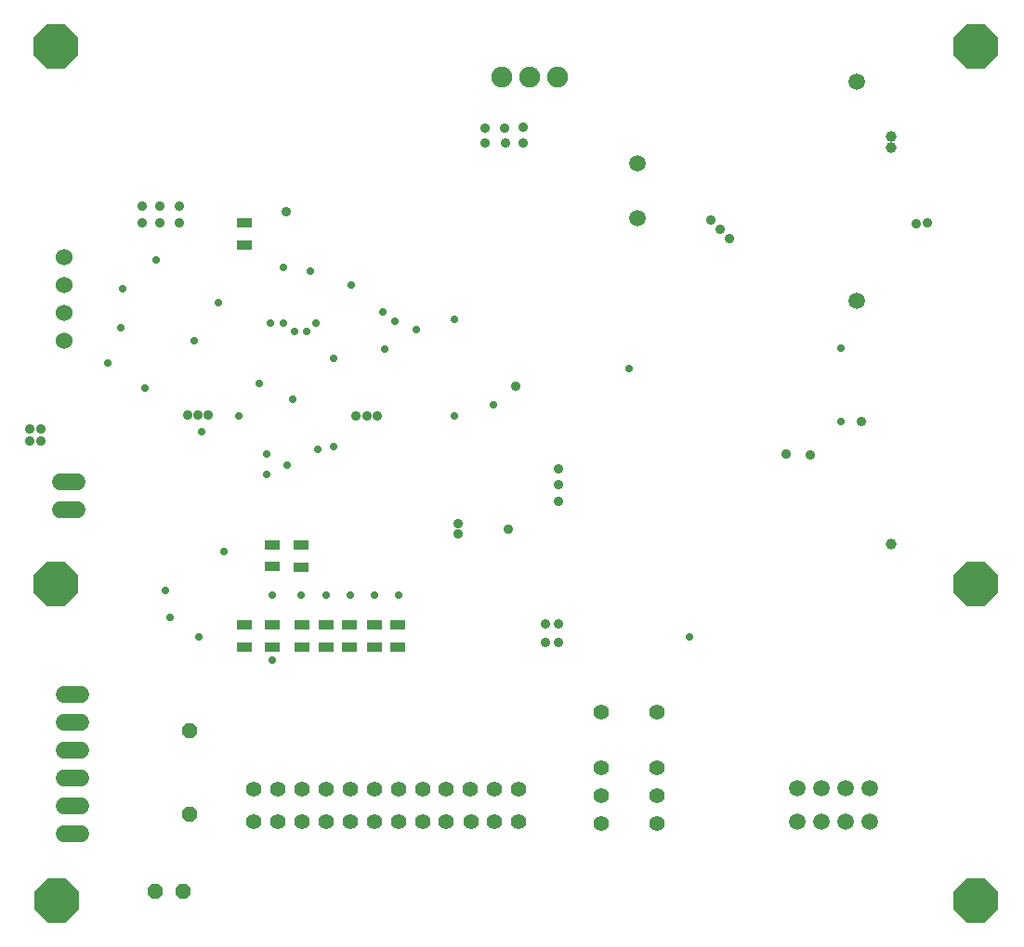
<source format=gbs>
G75*
G70*
%OFA0B0*%
%FSLAX24Y24*%
%IPPOS*%
%LPD*%
%AMOC8*
5,1,8,0,0,1.08239X$1,22.5*
%
%ADD10C,0.0600*%
%ADD11OC8,0.0520*%
%ADD12C,0.0600*%
%ADD13R,0.0551X0.0320*%
%ADD14C,0.0594*%
%ADD15C,0.0554*%
%ADD16C,0.0748*%
%ADD17C,0.0357*%
%ADD18C,0.0278*%
%ADD19OC8,0.1581*%
%ADD20C,0.0396*%
D10*
X002117Y025543D03*
X002117Y026543D03*
X002117Y027543D03*
X002117Y028543D03*
D11*
X006616Y011539D03*
X006616Y008539D03*
X006406Y005801D03*
X005406Y005801D03*
D12*
X002709Y007868D02*
X002109Y007868D01*
X002109Y008868D02*
X002709Y008868D01*
X002709Y009868D02*
X002109Y009868D01*
X002109Y010868D02*
X002709Y010868D01*
X002709Y011868D02*
X002109Y011868D01*
X002109Y012868D02*
X002709Y012868D01*
X002593Y019498D02*
X001993Y019498D01*
X001993Y020498D02*
X002593Y020498D01*
D13*
X008585Y015351D03*
X008585Y014564D03*
X009599Y014564D03*
X009599Y015351D03*
X010643Y015351D03*
X010643Y014564D03*
X011511Y014564D03*
X011511Y015351D03*
X012371Y015351D03*
X012371Y014564D03*
X013242Y014564D03*
X013242Y015351D03*
X014104Y015351D03*
X014104Y014564D03*
X010641Y017436D03*
X010641Y018223D03*
X009596Y018236D03*
X009596Y017449D03*
X008582Y028992D03*
X008582Y029780D03*
D14*
X022693Y029945D03*
X022696Y031917D03*
X030560Y034854D03*
X030569Y027002D03*
X030170Y009485D03*
X029304Y009485D03*
X028438Y009485D03*
X028439Y008303D03*
X029305Y008303D03*
X030171Y008303D03*
X031037Y008303D03*
X031037Y009485D03*
D15*
X023402Y009209D03*
X023402Y010209D03*
X021402Y010209D03*
X021402Y009209D03*
X021402Y008209D03*
X023402Y008209D03*
X023402Y012209D03*
X021402Y012209D03*
X018439Y009467D03*
X017573Y009467D03*
X016707Y009467D03*
X015841Y009467D03*
X014975Y009467D03*
X014109Y009467D03*
X013242Y009467D03*
X012376Y009467D03*
X011510Y009467D03*
X010644Y009467D03*
X009778Y009467D03*
X008912Y009467D03*
X008912Y008285D03*
X009778Y008285D03*
X010645Y008285D03*
X011511Y008285D03*
X012377Y008285D03*
X013243Y008285D03*
X014109Y008285D03*
X014975Y008285D03*
X015841Y008285D03*
X016708Y008285D03*
X017574Y008285D03*
X018440Y008285D03*
D16*
X018828Y035012D03*
X017828Y035012D03*
X019828Y035012D03*
D17*
X018603Y033209D03*
X018593Y032661D03*
X017952Y032661D03*
X017941Y033198D03*
X017228Y033198D03*
X017228Y032651D03*
X010088Y030187D03*
X006246Y030396D03*
X006248Y029795D03*
X005567Y029802D03*
X005568Y030396D03*
X004922Y030396D03*
X004919Y029802D03*
X006548Y022874D03*
X006926Y022891D03*
X007299Y022891D03*
X012599Y022868D03*
X012981Y022868D03*
X013360Y022865D03*
X016258Y018996D03*
X016265Y018612D03*
X018051Y018787D03*
X019870Y019801D03*
X019861Y020395D03*
X019853Y020955D03*
X018329Y023915D03*
X025330Y029876D03*
X025669Y029543D03*
X025988Y029219D03*
X032678Y029765D03*
X033091Y029774D03*
X030733Y022670D03*
X028877Y021465D03*
X028016Y021473D03*
X019870Y015389D03*
X019383Y015389D03*
X019383Y014719D03*
X019870Y014719D03*
X001276Y021965D03*
X000878Y021965D03*
X000878Y022380D03*
X001276Y022380D03*
D18*
X003687Y024741D03*
X004172Y026018D03*
X004233Y027436D03*
X005435Y028447D03*
X007655Y026927D03*
X006806Y025555D03*
X005020Y023869D03*
X007046Y022280D03*
X008390Y022849D03*
X009112Y024032D03*
X010323Y023463D03*
X011778Y024938D03*
X010837Y025883D03*
X010395Y025873D03*
X010003Y026199D03*
X009531Y026199D03*
X011162Y026186D03*
X012410Y027557D03*
X013558Y026595D03*
X013981Y026241D03*
X014774Y025971D03*
X013638Y025269D03*
X016130Y026331D03*
X017527Y023251D03*
X016130Y022870D03*
X011781Y021739D03*
X011210Y021640D03*
X010113Y021101D03*
X009400Y020755D03*
X009381Y021475D03*
X007862Y017993D03*
X009596Y016426D03*
X010641Y016426D03*
X011522Y016426D03*
X012384Y016421D03*
X013257Y016433D03*
X014118Y016426D03*
X009599Y014074D03*
X006963Y014928D03*
X005911Y015617D03*
X005746Y016594D03*
X010000Y028192D03*
X010974Y028063D03*
X022379Y024571D03*
X030004Y025297D03*
X030004Y022668D03*
X024553Y014924D03*
D19*
X001845Y005454D03*
X001841Y016823D03*
X001841Y036114D03*
X034830Y036114D03*
X034830Y016823D03*
X034833Y005454D03*
D20*
X031804Y018246D03*
X031807Y032473D03*
X031807Y032901D03*
M02*

</source>
